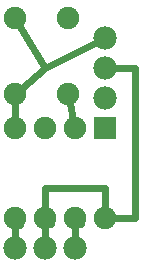
<source format=gbl>
G04 MADE WITH FRITZING*
G04 WWW.FRITZING.ORG*
G04 DOUBLE SIDED*
G04 HOLES PLATED*
G04 CONTOUR ON CENTER OF CONTOUR VECTOR*
%ASAXBY*%
%FSLAX23Y23*%
%MOIN*%
%OFA0B0*%
%SFA1.0B1.0*%
%ADD10C,0.075000*%
%ADD11C,0.078000*%
%ADD12R,0.075000X0.075000*%
%ADD13C,0.024000*%
%LNCOPPER0*%
G90*
G70*
G54D10*
X376Y471D03*
X376Y171D03*
X276Y471D03*
X276Y171D03*
X176Y471D03*
X176Y171D03*
X76Y471D03*
X76Y171D03*
G54D11*
X276Y71D03*
X176Y71D03*
X76Y71D03*
X376Y771D03*
X376Y671D03*
X376Y571D03*
G54D10*
X76Y583D03*
X76Y839D03*
X253Y583D03*
X253Y839D03*
G54D12*
X376Y471D03*
G54D13*
X76Y170D02*
X94Y149D01*
D02*
X76Y101D02*
X76Y170D01*
D02*
X176Y170D02*
X176Y101D01*
D02*
X195Y150D02*
X176Y170D01*
D02*
X176Y270D02*
X176Y199D01*
D02*
X376Y270D02*
X176Y270D01*
D02*
X376Y199D02*
X376Y270D01*
D02*
X276Y170D02*
X276Y101D01*
D02*
X296Y151D02*
X276Y170D01*
D02*
X270Y499D02*
X259Y555D01*
D02*
X77Y481D02*
X79Y499D01*
D02*
X76Y554D02*
X77Y481D01*
D02*
X175Y672D02*
X90Y814D01*
D02*
X349Y758D02*
X175Y672D01*
D02*
X175Y672D02*
X97Y602D01*
D02*
X475Y672D02*
X406Y671D01*
D02*
X475Y170D02*
X475Y672D01*
D02*
X404Y171D02*
X475Y170D01*
G04 End of Copper0*
M02*
</source>
